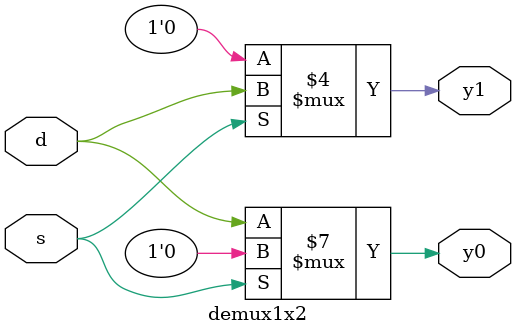
<source format=v>
module demux1x4(input [1:0]s,input d, output y0,y1,y2,y3);
 wire [2:1]w;
 
demux1x2 dut1(s[0],d,w[1],w[2]);
demux1x2 dut2(s[1],w[1],y0,y1);
demux1x2 dut3(s[1],w[1],y2,y3);
endmodule

module demux1x2(input s,input d, output reg y0, output reg y1);
always @(*) begin
	if(s==1'b0) begin
		y0 = d;
		y1 = 1'b0;
	end
	else begin
		y0 = 1'b0;
		y1 = d;
	end
end
endmodule

</source>
